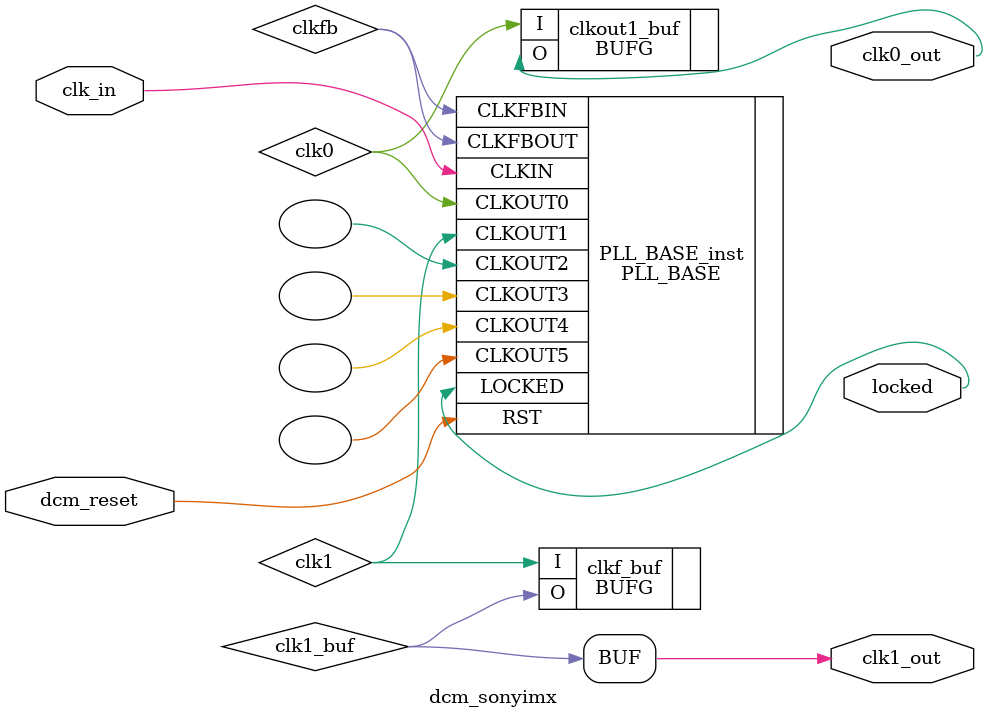
<source format=v>
`timescale 1ns/1ps

module dcm_sonyimx # (
	parameter	DATA_WIDTH		= 10		,	//Î»¿í
	parameter	CLKIN_PERIOD 	= 27.778		//ÖÜÆÚ ns
	)
	(
	input			clk_in		,
	input			dcm_reset	,
	output			clk0_out	,
	output			clk1_out	,
	output			locked
	);

	//	ref signals
	localparam	CLKFX_MULTIPLY	= 2*DATA_WIDTH	;	//2*sensorwidth

	wire 		[7:0]  	status_int		;
	wire 				clkfb			;
	wire 				clk0			;
	wire				clk0_buf		;
	wire 				clk1			;
	wire				clk1_buf		;
	wire 				clkfx			;
	wire				clkfx_180		;




	//	ref ARCHITECTURE

	//  -------------------------------------------------------------------------------------
	//	dcm_sonyimx Àý»¯
	//  -------------------------------------------------------------------------------------

   PLL_BASE #(
      .BANDWIDTH("OPTIMIZED"),             // "HIGH", "LOW" or "OPTIMIZED"
      .CLKFBOUT_MULT(16),      // Multiply value for all CLKOUT clock outputs (1-64)
      .CLKFBOUT_PHASE(0.0),                // Phase offset in degrees of the clock feedback output (0.0-360.0).
      .CLKIN_PERIOD(CLKIN_PERIOD),         // Input clock period in ns to ps resolution (i.e. 33.333 is 30
                                           // MHz).
      // CLKOUT0_DIVIDE - CLKOUT5_DIVIDE: Divide amount for CLKOUT# clock output (1-128)
      .CLKOUT0_DIVIDE(1),
      .CLKOUT1_DIVIDE(DATA_WIDTH),		//
      .CLKOUT2_DIVIDE(1),
      .CLKOUT3_DIVIDE(1),
      .CLKOUT4_DIVIDE(1),
      .CLKOUT5_DIVIDE(1),
      // CLKOUT0_DUTY_CYCLE - CLKOUT5_DUTY_CYCLE: Duty cycle for CLKOUT# clock output (0.01-0.99).
      .CLKOUT0_DUTY_CYCLE(0.5),
      .CLKOUT1_DUTY_CYCLE(0.5),
      .CLKOUT2_DUTY_CYCLE(0.5),
      .CLKOUT3_DUTY_CYCLE(0.5),
      .CLKOUT4_DUTY_CYCLE(0.5),
      .CLKOUT5_DUTY_CYCLE(0.5),
      // CLKOUT0_PHASE - CLKOUT5_PHASE: Output phase relationship for CLKOUT# clock output (-360.0-360.0).
      .CLKOUT0_PHASE(0.0),
      .CLKOUT1_PHASE(0.0),
      .CLKOUT2_PHASE(0.0),
      .CLKOUT3_PHASE(0.0),
      .CLKOUT4_PHASE(0.0),
      .CLKOUT5_PHASE(0.0),
      .CLK_FEEDBACK("CLKFBOUT"),           // Clock source to drive CLKFBIN ("CLKFBOUT" or "CLKOUT0")
      .COMPENSATION("SYSTEM_SYNCHRONOUS"), // "SYSTEM_SYNCHRONOUS", "SOURCE_SYNCHRONOUS", "EXTERNAL"
      .DIVCLK_DIVIDE(1),                   // Division value for all output clocks (1-52)
      .REF_JITTER(0.1),                    // Reference Clock Jitter in UI (0.000-0.999).
      .RESET_ON_LOSS_OF_LOCK("FALSE")      // Must be set to FALSE
   )
   PLL_BASE_inst (
      .CLKFBOUT(clkfb), // 1-bit output: PLL_BASE feedback output
      // CLKOUT0 - CLKOUT5: 1-bit (each) output: Clock outputs
      .CLKOUT0(clk0),
      .CLKOUT1(clk1),
      .CLKOUT2(),
      .CLKOUT3(),
      .CLKOUT4(),
      .CLKOUT5(),
      .LOCKED(locked),     	// 1-bit output: PLL_BASE lock status output
      .CLKFBIN(clkfb),   	// 1-bit input: Feedback clock input
      .CLKIN(clk_in),       // 1-bit input: Clock input
      .RST(dcm_reset)   	// 1-bit input: Reset input
   );



	//  -------------------------------------------------------------------------------------
	//	Ê±ÖÓ
	//  -------------------------------------------------------------------------------------
	BUFG clkf_buf (
	.I		(clk1	),
	.O		(clk1_buf	)
	);
	assign	clk1_out	= clk1_buf;

	BUFG clkout1_buf (
	.I		(clk0		),
	.O		(clk0_out	)
	);



endmodule

</source>
